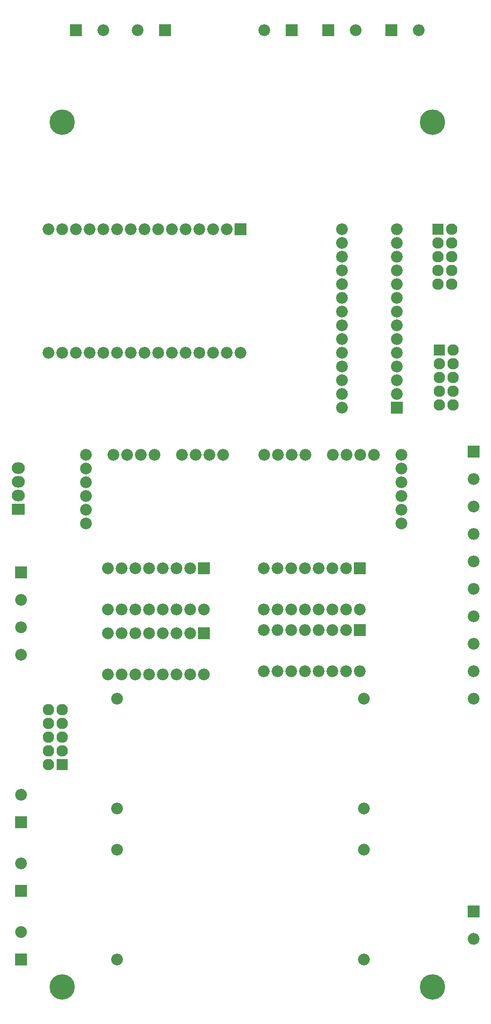
<source format=gbs>
G04 #@! TF.FileFunction,Soldermask,Bot*
%FSLAX46Y46*%
G04 Gerber Fmt 4.6, Leading zero omitted, Abs format (unit mm)*
G04 Created by KiCad (PCBNEW 4.0.3-stable) date Thursday, August 18, 2016 'PMt' 02:05:46 PM*
%MOMM*%
%LPD*%
G01*
G04 APERTURE LIST*
%ADD10C,0.100000*%
%ADD11R,2.178000X2.178000*%
%ADD12C,2.178000*%
%ADD13C,4.700000*%
%ADD14R,2.432000X2.127200*%
%ADD15O,2.432000X2.127200*%
%ADD16R,2.127200X2.127200*%
%ADD17O,2.127200X2.127200*%
G04 APERTURE END LIST*
D10*
D11*
X103632000Y-165608000D03*
D12*
X101092000Y-165608000D03*
X98552000Y-165608000D03*
X96012000Y-165608000D03*
X93472000Y-165608000D03*
X90932000Y-165608000D03*
X88392000Y-165608000D03*
X85852000Y-165608000D03*
X85852000Y-173228000D03*
X88392000Y-173228000D03*
X90932000Y-173228000D03*
X93472000Y-173228000D03*
X96012000Y-173228000D03*
X98552000Y-173228000D03*
X101092000Y-173228000D03*
X103632000Y-173228000D03*
D13*
X48514000Y-243078000D03*
X48514000Y-83058000D03*
X117094000Y-243078000D03*
X117094000Y-83058000D03*
D11*
X81534000Y-102870000D03*
D12*
X78994000Y-102870000D03*
X76454000Y-102870000D03*
X73914000Y-102870000D03*
X71374000Y-102870000D03*
X68834000Y-102870000D03*
X66294000Y-102870000D03*
X63754000Y-102870000D03*
X61214000Y-102870000D03*
X58674000Y-102870000D03*
X56134000Y-102870000D03*
X53594000Y-102870000D03*
X51054000Y-102870000D03*
X48514000Y-102870000D03*
X45974000Y-102870000D03*
X45974000Y-125730000D03*
X48514000Y-125730000D03*
X51054000Y-125730000D03*
X53594000Y-125730000D03*
X56134000Y-125730000D03*
X58674000Y-125730000D03*
X61214000Y-125730000D03*
X63754000Y-125730000D03*
X66294000Y-125730000D03*
X68834000Y-125730000D03*
X71374000Y-125730000D03*
X73914000Y-125730000D03*
X76454000Y-125730000D03*
X78994000Y-125730000D03*
X81534000Y-125730000D03*
D11*
X40894000Y-237998000D03*
D12*
X40894000Y-232918000D03*
D11*
X97790000Y-66040000D03*
D12*
X102870000Y-66040000D03*
D11*
X91059000Y-66040000D03*
D12*
X85979000Y-66040000D03*
D11*
X67564000Y-66040000D03*
D12*
X62484000Y-66040000D03*
D11*
X40894000Y-212598000D03*
D12*
X40894000Y-207518000D03*
D11*
X40894000Y-225298000D03*
D12*
X40894000Y-220218000D03*
D11*
X51054000Y-66040000D03*
D12*
X56134000Y-66040000D03*
D11*
X109474000Y-66040000D03*
D12*
X114554000Y-66040000D03*
X58674000Y-189738000D03*
X58674000Y-210058000D03*
X104394000Y-210058000D03*
X104394000Y-189738000D03*
X58674000Y-217678000D03*
X58674000Y-237998000D03*
X104394000Y-237998000D03*
X104394000Y-217678000D03*
D14*
X40386000Y-154686000D03*
D15*
X40386000Y-152146000D03*
X40386000Y-149606000D03*
X40386000Y-147066000D03*
D11*
X40894000Y-166370000D03*
D12*
X40894000Y-171450000D03*
X40894000Y-176530000D03*
X40894000Y-181610000D03*
D16*
X118364000Y-125222000D03*
D17*
X120904000Y-125222000D03*
X118364000Y-127762000D03*
X120904000Y-127762000D03*
X118364000Y-130302000D03*
X120904000Y-130302000D03*
X118364000Y-132842000D03*
X120904000Y-132842000D03*
X118364000Y-135382000D03*
X120904000Y-135382000D03*
D16*
X118110000Y-102870000D03*
D17*
X120650000Y-102870000D03*
X118110000Y-105410000D03*
X120650000Y-105410000D03*
X118110000Y-107950000D03*
X120650000Y-107950000D03*
X118110000Y-110490000D03*
X120650000Y-110490000D03*
X118110000Y-113030000D03*
X120650000Y-113030000D03*
D11*
X103632000Y-177038000D03*
D12*
X101092000Y-177038000D03*
X98552000Y-177038000D03*
X96012000Y-177038000D03*
X93472000Y-177038000D03*
X90932000Y-177038000D03*
X88392000Y-177038000D03*
X85852000Y-177038000D03*
X85852000Y-184658000D03*
X88392000Y-184658000D03*
X90932000Y-184658000D03*
X93472000Y-184658000D03*
X96012000Y-184658000D03*
X98552000Y-184658000D03*
X101092000Y-184658000D03*
X103632000Y-184658000D03*
D11*
X74803000Y-165608000D03*
D12*
X72263000Y-165608000D03*
X69723000Y-165608000D03*
X67183000Y-165608000D03*
X64643000Y-165608000D03*
X62103000Y-165608000D03*
X59563000Y-165608000D03*
X57023000Y-165608000D03*
X57023000Y-173228000D03*
X59563000Y-173228000D03*
X62103000Y-173228000D03*
X64643000Y-173228000D03*
X67183000Y-173228000D03*
X69723000Y-173228000D03*
X72263000Y-173228000D03*
X74803000Y-173228000D03*
D11*
X74803000Y-177673000D03*
D12*
X72263000Y-177673000D03*
X69723000Y-177673000D03*
X67183000Y-177673000D03*
X64643000Y-177673000D03*
X62103000Y-177673000D03*
X59563000Y-177673000D03*
X57023000Y-177673000D03*
X57023000Y-185293000D03*
X59563000Y-185293000D03*
X62103000Y-185293000D03*
X64643000Y-185293000D03*
X67183000Y-185293000D03*
X69723000Y-185293000D03*
X72263000Y-185293000D03*
X74803000Y-185293000D03*
D11*
X110490000Y-135890000D03*
D12*
X110490000Y-133350000D03*
X110490000Y-130810000D03*
X110490000Y-128270000D03*
X110490000Y-125730000D03*
X110490000Y-123190000D03*
X110490000Y-120650000D03*
X110490000Y-118110000D03*
X110490000Y-115570000D03*
X110490000Y-113030000D03*
X110490000Y-110490000D03*
X110490000Y-107950000D03*
X110490000Y-105410000D03*
X110490000Y-102870000D03*
X100330000Y-102870000D03*
X100330000Y-105410000D03*
X100330000Y-107950000D03*
X100330000Y-110490000D03*
X100330000Y-113030000D03*
X100330000Y-115570000D03*
X100330000Y-118110000D03*
X100330000Y-120650000D03*
X100330000Y-123190000D03*
X100330000Y-125730000D03*
X100330000Y-128270000D03*
X100330000Y-130810000D03*
X100330000Y-133350000D03*
X100330000Y-135890000D03*
D11*
X124714000Y-229108000D03*
D12*
X124714000Y-234188000D03*
D11*
X124714000Y-144018000D03*
D12*
X124714000Y-149098000D03*
X124714000Y-154178000D03*
X124714000Y-159258000D03*
X124714000Y-164338000D03*
X124714000Y-169418000D03*
X124714000Y-174498000D03*
X124714000Y-179578000D03*
X124714000Y-184658000D03*
X124714000Y-189738000D03*
X111379000Y-157353000D03*
X111379000Y-154813000D03*
X111379000Y-152273000D03*
X111379000Y-149733000D03*
X111379000Y-147193000D03*
X111379000Y-144653000D03*
X106299000Y-144653000D03*
X103759000Y-144653000D03*
X101219000Y-144653000D03*
X98679000Y-144653000D03*
X93599000Y-144653000D03*
X91059000Y-144653000D03*
X88519000Y-144653000D03*
X85979000Y-144653000D03*
X78359000Y-144653000D03*
X75819000Y-144653000D03*
X73279000Y-144653000D03*
X70739000Y-144653000D03*
X65659000Y-144653000D03*
X63119000Y-144653000D03*
X60579000Y-144653000D03*
X58039000Y-144653000D03*
X52959000Y-144653000D03*
X52959000Y-147193000D03*
X52959000Y-149733000D03*
X52959000Y-152273000D03*
X52959000Y-154813000D03*
X52959000Y-157353000D03*
D16*
X48514000Y-201930000D03*
D17*
X45974000Y-201930000D03*
X48514000Y-199390000D03*
X45974000Y-199390000D03*
X48514000Y-196850000D03*
X45974000Y-196850000D03*
X48514000Y-194310000D03*
X45974000Y-194310000D03*
X48514000Y-191770000D03*
X45974000Y-191770000D03*
M02*

</source>
